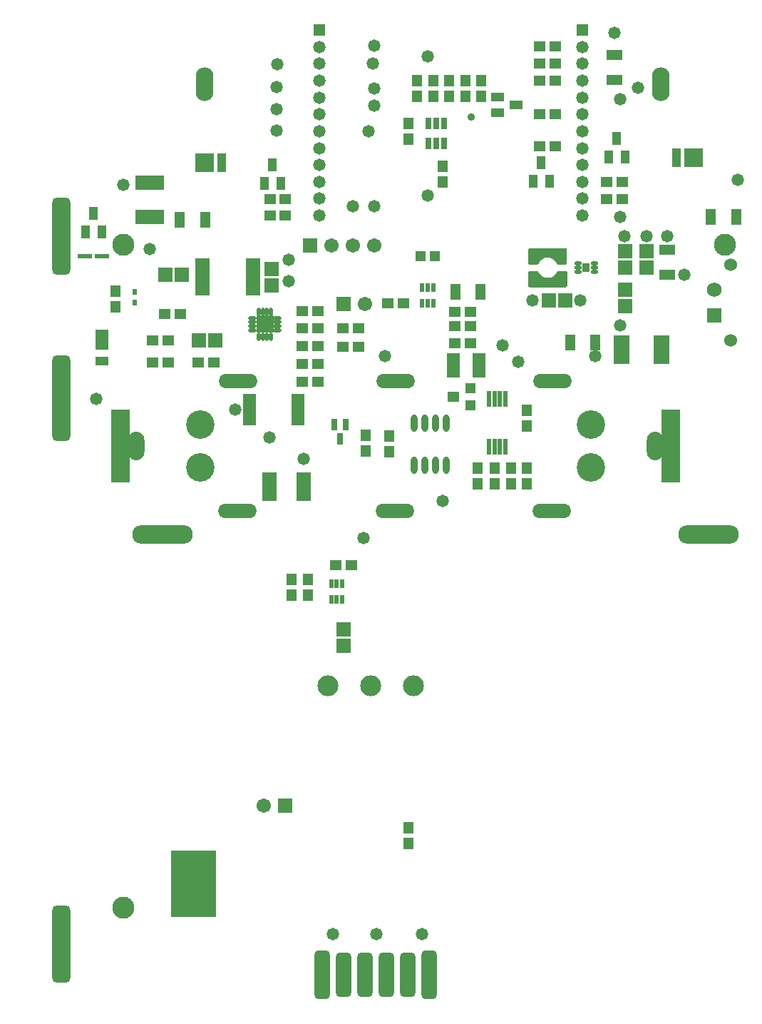
<source format=gbr>
%TF.GenerationSoftware,Altium Limited,Altium Designer,21.6.4 (81)*%
G04 Layer_Color=8388736*
%FSLAX26Y26*%
%MOIN*%
%TF.SameCoordinates,BD845C9F-3E28-4BEA-89B7-7B09B8E8D9D1*%
%TF.FilePolarity,Negative*%
%TF.FileFunction,Soldermask,Top*%
%TF.Part,Single*%
G01*
G75*
%TA.AperFunction,SMDPad,CuDef*%
%ADD132R,0.091465X0.090677*%
%ADD133R,0.044221X0.090677*%
%ADD135R,0.059181X0.041465*%
%ADD136R,0.063118X0.145795*%
%ADD137R,0.051307X0.076898*%
%ADD138R,0.063118X0.094614*%
%ADD139R,0.063118X0.043433*%
G04:AMPARAMS|DCode=141|XSize=73mil|YSize=208mil|CornerRadius=20.25mil|HoleSize=0mil|Usage=FLASHONLY|Rotation=180.000|XOffset=0mil|YOffset=0mil|HoleType=Round|Shape=RoundedRectangle|*
%AMROUNDEDRECTD141*
21,1,0.073000,0.167500,0,0,180.0*
21,1,0.032500,0.208000,0,0,180.0*
1,1,0.040500,-0.016250,0.083750*
1,1,0.040500,0.016250,0.083750*
1,1,0.040500,0.016250,-0.083750*
1,1,0.040500,-0.016250,-0.083750*
%
%ADD141ROUNDEDRECTD141*%
%ADD142R,0.041465X0.059181*%
%ADD143R,0.053276X0.051307*%
%ADD145R,0.051307X0.053276*%
%ADD146R,0.021779X0.043433*%
%TA.AperFunction,ComponentPad*%
%ADD147C,0.058000*%
G04:AMPARAMS|DCode=148|XSize=362.331mil|YSize=86.74mil|CornerRadius=23.685mil|HoleSize=0mil|Usage=FLASHONLY|Rotation=270.000|XOffset=0mil|YOffset=0mil|HoleType=Round|Shape=RoundedRectangle|*
%AMROUNDEDRECTD148*
21,1,0.362331,0.039370,0,0,270.0*
21,1,0.314961,0.086740,0,0,270.0*
1,1,0.047370,-0.019685,-0.157480*
1,1,0.047370,-0.019685,0.157480*
1,1,0.047370,0.019685,0.157480*
1,1,0.047370,0.019685,-0.157480*
%
%ADD148ROUNDEDRECTD148*%
G04:AMPARAMS|DCode=149|XSize=401.701mil|YSize=86.74mil|CornerRadius=23.685mil|HoleSize=0mil|Usage=FLASHONLY|Rotation=270.000|XOffset=0mil|YOffset=0mil|HoleType=Round|Shape=RoundedRectangle|*
%AMROUNDEDRECTD149*
21,1,0.401701,0.039370,0,0,270.0*
21,1,0.354331,0.086740,0,0,270.0*
1,1,0.047370,-0.019685,-0.177165*
1,1,0.047370,-0.019685,0.177165*
1,1,0.047370,0.019685,0.177165*
1,1,0.047370,0.019685,-0.177165*
%
%ADD149ROUNDEDRECTD149*%
%ADD150C,0.098000*%
%ADD151O,0.083000X0.158000*%
%ADD152C,0.165480*%
%ADD153R,0.058000X0.058000*%
%ADD154C,0.067055*%
%ADD155R,0.067055X0.067055*%
%TA.AperFunction,SMDPad,CuDef*%
%ADD156C,0.103055*%
%TA.AperFunction,ComponentPad*%
%ADD157C,0.068000*%
%ADD158R,0.068000X0.068000*%
%ADD159C,0.059968*%
%ADD160C,0.133000*%
%ADD161O,0.181228X0.067055*%
%ADD162O,0.078000X0.133000*%
%ADD163R,0.086740X0.342646*%
%TA.AperFunction,ViaPad*%
%ADD164C,0.058000*%
%TA.AperFunction,WasherPad*%
%ADD165O,0.283591X0.086740*%
%TA.AperFunction,ViaPad*%
%ADD166C,0.036000*%
%TA.AperFunction,SMDPad,CuDef*%
%ADD168R,0.065087X0.023748*%
%ADD169R,0.023748X0.031622*%
%ADD170R,0.021779X0.074929*%
%ADD171R,0.031622X0.053276*%
%ADD172R,0.027685X0.057213*%
%ADD173R,0.048000X0.048000*%
%ADD174R,0.058000X0.048000*%
%ADD175O,0.031622X0.080835*%
%ADD176R,0.045402X0.047370*%
%ADD177R,0.059181X0.116268*%
%ADD178R,0.067055X0.065087*%
%ADD179R,0.074142X0.132016*%
%ADD180R,0.132000X0.068000*%
%ADD181R,0.035559X0.043433*%
%ADD182O,0.035559X0.017843*%
%ADD183R,0.031622X0.031622*%
%ADD184R,0.067055X0.177291*%
G04:AMPARAMS|DCode=185|XSize=73mil|YSize=228mil|CornerRadius=20.25mil|HoleSize=0mil|Usage=FLASHONLY|Rotation=180.000|XOffset=0mil|YOffset=0mil|HoleType=Round|Shape=RoundedRectangle|*
%AMROUNDEDRECTD185*
21,1,0.073000,0.187500,0,0,180.0*
21,1,0.032500,0.228000,0,0,180.0*
1,1,0.040500,-0.016250,0.093750*
1,1,0.040500,0.016250,0.093750*
1,1,0.040500,0.016250,-0.093750*
1,1,0.040500,-0.016250,-0.093750*
%
%ADD185ROUNDEDRECTD185*%
%ADD186R,0.078866X0.078866*%
%ADD187O,0.017843X0.039496*%
%ADD188O,0.039496X0.017843*%
%ADD189R,0.068000X0.132000*%
%ADD190R,0.065087X0.067055*%
%ADD191R,0.076898X0.051307*%
G36*
X2496421Y3454020D02*
X2496492Y3454022D01*
X2496684Y3454003D01*
X2496874Y3453990D01*
X2496943Y3453977D01*
X2497013Y3453970D01*
X2497202Y3453925D01*
X2497389Y3453888D01*
X2497455Y3453865D01*
X2497524Y3453849D01*
X2497704Y3453781D01*
X2497885Y3453719D01*
X2497948Y3453689D01*
X2498014Y3453664D01*
X2498810Y3453300D01*
X2498872Y3453267D01*
X2498937Y3453240D01*
X2499103Y3453143D01*
X2499272Y3453052D01*
X2499329Y3453011D01*
X2499390Y3452976D01*
X2499542Y3452858D01*
X2499698Y3452746D01*
X2499749Y3452698D01*
X2499805Y3452655D01*
X2499940Y3452518D01*
X2500079Y3452387D01*
X2500124Y3452332D01*
X2500174Y3452282D01*
X2500748Y3451622D01*
X2500790Y3451566D01*
X2500838Y3451514D01*
X2500949Y3451356D01*
X2501065Y3451204D01*
X2501099Y3451144D01*
X2501140Y3451086D01*
X2501230Y3450916D01*
X2501325Y3450749D01*
X2501352Y3450684D01*
X2501384Y3450622D01*
X2501451Y3450441D01*
X2501523Y3450264D01*
X2501541Y3450196D01*
X2501566Y3450130D01*
X2501814Y3449291D01*
X2501829Y3449222D01*
X2501851Y3449156D01*
X2501887Y3448968D01*
X2501930Y3448779D01*
X2501936Y3448709D01*
X2501949Y3448641D01*
X2501960Y3448449D01*
X2501977Y3448257D01*
X2501974Y3448187D01*
X2501979Y3448117D01*
X2501964Y3447926D01*
X2501957Y3447733D01*
X2501945Y3447664D01*
X2501940Y3447594D01*
X2501918Y3447439D01*
Y3385028D01*
Y3384628D01*
Y3384627D01*
Y3384627D01*
X2501883Y3384104D01*
X2501781Y3383590D01*
X2501667Y3383253D01*
X2501613Y3383093D01*
X2501613Y3383093D01*
X2501306Y3382354D01*
X2501306Y3382353D01*
X2501150Y3382038D01*
X2501074Y3381883D01*
X2500879Y3381591D01*
X2500782Y3381447D01*
X2500740Y3381398D01*
X2500437Y3381052D01*
X2500436Y3381052D01*
X2499870Y3380486D01*
X2499870Y3380485D01*
X2499608Y3380256D01*
X2499476Y3380140D01*
X2499040Y3379849D01*
X2498570Y3379617D01*
X2498569Y3379616D01*
X2497829Y3379310D01*
X2497829Y3379310D01*
X2497332Y3379141D01*
D01*
X2497332Y3379141D01*
X2497125Y3379100D01*
X2496818Y3379039D01*
X2496295Y3379005D01*
X2459635D01*
X2459515Y3379013D01*
X2459397Y3379012D01*
X2459255Y3379030D01*
X2459112Y3379039D01*
X2458995Y3379062D01*
X2458877Y3379077D01*
X2458499Y3379150D01*
X2458382Y3379180D01*
X2458265Y3379202D01*
X2458129Y3379247D01*
X2457992Y3379283D01*
X2457881Y3379328D01*
X2457766Y3379365D01*
X2457409Y3379508D01*
X2457302Y3379559D01*
X2457190Y3379603D01*
X2457065Y3379673D01*
X2456936Y3379734D01*
X2456836Y3379800D01*
X2456731Y3379858D01*
X2456408Y3380066D01*
X2456311Y3380137D01*
X2456211Y3380201D01*
X2456102Y3380292D01*
X2455986Y3380378D01*
X2455900Y3380461D01*
X2455809Y3380537D01*
X2455669Y3380670D01*
X2455669Y3380670D01*
X2455608Y3380728D01*
X2455473Y3380873D01*
X2455334Y3381014D01*
X2455205Y3381163D01*
X2455088Y3381319D01*
X2454963Y3381472D01*
X2454849Y3381633D01*
X2454748Y3381799D01*
X2454640Y3381962D01*
X2454542Y3382133D01*
X2454455Y3382311D01*
X2454391Y3382434D01*
X2454385Y3382444D01*
X2454379Y3382456D01*
X2454363Y3382487D01*
X2454352Y3382511D01*
X2452859Y3385553D01*
X2449197Y3391341D01*
X2444789Y3396490D01*
X2439689Y3400954D01*
X2434003Y3404641D01*
X2427846Y3407475D01*
X2421347Y3409397D01*
X2414568Y3410379D01*
X2411251Y3410498D01*
X2407933Y3410379D01*
X2401153Y3409397D01*
X2394653Y3407474D01*
X2388495Y3404638D01*
X2382808Y3400950D01*
X2377707Y3396484D01*
X2373300Y3391334D01*
X2369638Y3385543D01*
X2368144Y3382497D01*
X2368055Y3382298D01*
X2368030Y3382252D01*
X2368011Y3382203D01*
X2367908Y3382020D01*
X2367810Y3381834D01*
X2367780Y3381792D01*
X2367754Y3381745D01*
X2367629Y3381578D01*
X2367507Y3381407D01*
X2367471Y3381367D01*
X2367440Y3381326D01*
X2367061Y3380882D01*
X2367024Y3380845D01*
X2366992Y3380805D01*
X2366842Y3380658D01*
X2366694Y3380507D01*
X2366653Y3380475D01*
X2366617Y3380439D01*
X2366448Y3380314D01*
X2366282Y3380183D01*
X2366238Y3380157D01*
X2366196Y3380126D01*
X2365706Y3379808D01*
X2365661Y3379782D01*
X2365619Y3379753D01*
X2365432Y3379655D01*
X2365249Y3379552D01*
X2365201Y3379533D01*
X2365155Y3379509D01*
X2364954Y3379435D01*
X2364762Y3379358D01*
X2364712Y3379345D01*
X2364663Y3379327D01*
X2364103Y3379162D01*
X2364052Y3379150D01*
X2364003Y3379134D01*
X2363797Y3379093D01*
X2363591Y3379046D01*
X2363540Y3379041D01*
X2363489Y3379031D01*
X2363279Y3379018D01*
X2363069Y3378998D01*
X2363017Y3379000D01*
X2362966Y3378997D01*
X2326194D01*
X2325671Y3379031D01*
X2325364Y3379092D01*
X2325157Y3379133D01*
X2325157Y3379134D01*
D01*
X2324660Y3379302D01*
X2324660Y3379302D01*
X2323920Y3379608D01*
X2323919Y3379609D01*
X2323613Y3379760D01*
X2323449Y3379841D01*
X2323449Y3379841D01*
D01*
X2323013Y3380132D01*
X2322881Y3380248D01*
X2322619Y3380477D01*
X2322618Y3380478D01*
X2322053Y3381044D01*
X2322052Y3381045D01*
X2321822Y3381307D01*
X2321706Y3381439D01*
X2321415Y3381875D01*
X2321183Y3382345D01*
X2321183Y3382346D01*
X2320877Y3383085D01*
X2320876Y3383086D01*
X2320708Y3383582D01*
D01*
X2320708Y3383582D01*
X2320667Y3383790D01*
X2320606Y3384097D01*
X2320571Y3384620D01*
Y3385021D01*
Y3447969D01*
Y3448168D01*
X2320580Y3448299D01*
Y3448430D01*
X2320597Y3448559D01*
X2320606Y3448691D01*
X2320631Y3448820D01*
X2320648Y3448950D01*
X2320726Y3449339D01*
X2320760Y3449466D01*
X2320785Y3449595D01*
X2320827Y3449719D01*
X2320861Y3449845D01*
X2320912Y3449967D01*
X2320954Y3450091D01*
X2321106Y3450458D01*
X2321164Y3450575D01*
X2321214Y3450697D01*
X2321280Y3450811D01*
X2321338Y3450928D01*
X2321410Y3451037D01*
X2321476Y3451151D01*
X2321697Y3451481D01*
X2321776Y3451584D01*
X2321849Y3451693D01*
X2321936Y3451793D01*
X2322016Y3451897D01*
X2322108Y3451988D01*
X2322194Y3452087D01*
X2322334Y3452228D01*
X2322336Y3452229D01*
X2322336Y3452229D01*
X2322366Y3452259D01*
X2322367Y3452260D01*
X2322367Y3452261D01*
X2322368Y3452261D01*
X2322508Y3452401D01*
X2322607Y3452488D01*
X2322699Y3452580D01*
X2322803Y3452660D01*
X2322903Y3452747D01*
X2323012Y3452820D01*
X2323115Y3452899D01*
X2323445Y3453119D01*
X2323559Y3453185D01*
X2323668Y3453258D01*
X2323785Y3453316D01*
X2323899Y3453382D01*
X2324021Y3453432D01*
X2324138Y3453490D01*
X2324505Y3453642D01*
X2324628Y3453684D01*
X2324749Y3453734D01*
X2324877Y3453768D01*
X2325001Y3453810D01*
X2325129Y3453836D01*
X2325256Y3453870D01*
X2325645Y3453947D01*
X2325775Y3453965D01*
X2325905Y3453990D01*
X2326035Y3453999D01*
X2326165Y3454016D01*
X2326297D01*
X2326428Y3454024D01*
X2496351D01*
X2496421Y3454020D01*
D02*
G37*
G36*
X2363242Y3347490D02*
X2363294Y3347492D01*
X2363502Y3347472D01*
X2363713Y3347459D01*
X2363765Y3347448D01*
X2363816Y3347444D01*
X2364021Y3347397D01*
X2364227Y3347356D01*
X2364277Y3347340D01*
X2364328Y3347328D01*
X2364888Y3347162D01*
X2364936Y3347144D01*
X2364986Y3347132D01*
X2365180Y3347055D01*
X2365380Y3346981D01*
X2365426Y3346957D01*
X2365473Y3346938D01*
X2365656Y3346835D01*
X2365844Y3346737D01*
X2365886Y3346707D01*
X2365931Y3346682D01*
X2366421Y3346364D01*
X2366462Y3346333D01*
X2366506Y3346307D01*
X2366671Y3346177D01*
X2366841Y3346051D01*
X2366878Y3346014D01*
X2366919Y3345983D01*
X2367065Y3345832D01*
X2367217Y3345685D01*
X2367249Y3345644D01*
X2367285Y3345608D01*
X2367664Y3345164D01*
X2367696Y3345122D01*
X2367731Y3345084D01*
X2367852Y3344913D01*
X2367979Y3344744D01*
X2368004Y3344698D01*
X2368035Y3344656D01*
X2368133Y3344470D01*
X2368235Y3344287D01*
X2368255Y3344239D01*
X2368279Y3344192D01*
X2368358Y3344015D01*
X2370398Y3339979D01*
X2375641Y3332508D01*
X2382141Y3326240D01*
X2389717Y3321327D01*
X2398091Y3317947D01*
X2406955Y3316225D01*
X2415985Y3316224D01*
X2424849Y3317943D01*
X2433224Y3321322D01*
X2440800Y3326233D01*
X2447303Y3332499D01*
X2452547Y3339969D01*
X2454587Y3344003D01*
X2454588Y3344003D01*
X2454589Y3344006D01*
X2454631Y3344089D01*
X2454648Y3344117D01*
X2454680Y3344178D01*
X2454767Y3344356D01*
X2454864Y3344528D01*
X2454972Y3344690D01*
X2455074Y3344857D01*
X2455188Y3345018D01*
X2455312Y3345171D01*
X2455430Y3345327D01*
X2455559Y3345476D01*
X2455696Y3345614D01*
X2455831Y3345760D01*
X2455903Y3345828D01*
X2455903Y3345829D01*
X2456033Y3345953D01*
X2456125Y3346029D01*
X2456211Y3346112D01*
X2456326Y3346197D01*
X2456435Y3346289D01*
X2456536Y3346353D01*
X2456632Y3346424D01*
X2456956Y3346632D01*
X2457061Y3346691D01*
X2457161Y3346755D01*
X2457289Y3346817D01*
X2457415Y3346886D01*
X2457526Y3346930D01*
X2457633Y3346982D01*
X2457991Y3347125D01*
X2458104Y3347162D01*
X2458215Y3347207D01*
X2458354Y3347243D01*
X2458489Y3347287D01*
X2458606Y3347309D01*
X2458722Y3347340D01*
X2459100Y3347413D01*
X2459219Y3347428D01*
X2459336Y3347451D01*
X2459478Y3347460D01*
X2459620Y3347478D01*
X2459740Y3347477D01*
X2459859Y3347485D01*
X2496519D01*
X2496519D01*
X2496519D01*
X2497043Y3347451D01*
X2497557Y3347349D01*
X2497894Y3347234D01*
X2498053Y3347180D01*
X2498053Y3347180D01*
X2498793Y3346874D01*
X2498794Y3346873D01*
X2499109Y3346718D01*
X2499264Y3346641D01*
X2499556Y3346447D01*
X2499700Y3346350D01*
X2499749Y3346307D01*
X2500095Y3346004D01*
X2500095Y3346003D01*
X2500661Y3345437D01*
X2501007Y3345043D01*
X2501298Y3344607D01*
X2501530Y3344137D01*
X2501530Y3344136D01*
X2501837Y3343396D01*
X2501837Y3343396D01*
X2502006Y3342900D01*
X2502067Y3342590D01*
X2502108Y3342386D01*
X2502142Y3341863D01*
Y3341862D01*
Y3341862D01*
Y3341461D01*
Y3279051D01*
X2502164Y3278896D01*
X2502169Y3278826D01*
X2502181Y3278756D01*
X2502189Y3278564D01*
X2502203Y3278373D01*
X2502199Y3278303D01*
X2502202Y3278233D01*
X2502184Y3278041D01*
X2502173Y3277849D01*
X2502160Y3277781D01*
X2502154Y3277710D01*
X2502111Y3277523D01*
X2502076Y3277334D01*
X2502054Y3277267D01*
X2502038Y3277199D01*
X2501790Y3276360D01*
X2501766Y3276294D01*
X2501748Y3276226D01*
X2501675Y3276048D01*
X2501608Y3275868D01*
X2501576Y3275806D01*
X2501549Y3275741D01*
X2501454Y3275573D01*
X2501364Y3275404D01*
X2501324Y3275347D01*
X2501289Y3275286D01*
X2501173Y3275133D01*
X2501062Y3274975D01*
X2501014Y3274924D01*
X2500972Y3274868D01*
X2500398Y3274208D01*
X2500349Y3274158D01*
X2500304Y3274103D01*
X2500164Y3273972D01*
X2500029Y3273835D01*
X2499973Y3273792D01*
X2499922Y3273744D01*
X2499767Y3273632D01*
X2499614Y3273514D01*
X2499553Y3273479D01*
X2499496Y3273437D01*
X2499327Y3273347D01*
X2499162Y3273250D01*
X2499096Y3273222D01*
X2499034Y3273189D01*
X2498238Y3272826D01*
X2498173Y3272802D01*
X2498110Y3272771D01*
X2497927Y3272708D01*
X2497747Y3272640D01*
X2497680Y3272624D01*
X2497613Y3272602D01*
X2497424Y3272564D01*
X2497237Y3272520D01*
X2497168Y3272513D01*
X2497099Y3272500D01*
X2496907Y3272487D01*
X2496715Y3272468D01*
X2496645Y3272470D01*
X2496576Y3272465D01*
X2326652D01*
X2326521Y3272474D01*
X2326390D01*
X2326261Y3272491D01*
X2326129Y3272500D01*
X2326000Y3272525D01*
X2325871Y3272542D01*
X2325481Y3272620D01*
X2325354Y3272654D01*
X2325225Y3272679D01*
X2325102Y3272722D01*
X2324975Y3272755D01*
X2324853Y3272806D01*
X2324729Y3272848D01*
X2324362Y3273000D01*
X2324245Y3273058D01*
X2324123Y3273108D01*
X2324009Y3273174D01*
X2323892Y3273232D01*
X2323783Y3273304D01*
X2323669Y3273370D01*
X2323339Y3273591D01*
X2323236Y3273670D01*
X2323127Y3273743D01*
X2323027Y3273830D01*
X2322923Y3273910D01*
X2322832Y3274002D01*
X2322733Y3274088D01*
X2322592Y3274229D01*
X2322592Y3274229D01*
X2322591Y3274230D01*
X2322590Y3274231D01*
X2322569Y3274252D01*
X2322564Y3274258D01*
X2322559Y3274262D01*
X2322419Y3274403D01*
X2322332Y3274501D01*
X2322240Y3274593D01*
X2322160Y3274697D01*
X2322073Y3274797D01*
X2322000Y3274906D01*
X2321921Y3275009D01*
X2321701Y3275339D01*
X2321635Y3275453D01*
X2321562Y3275562D01*
X2321504Y3275679D01*
X2321438Y3275793D01*
X2321388Y3275915D01*
X2321330Y3276032D01*
X2321178Y3276399D01*
X2321136Y3276523D01*
X2321086Y3276644D01*
X2321052Y3276771D01*
X2321010Y3276895D01*
X2320984Y3277025D01*
X2320950Y3277151D01*
X2320873Y3277540D01*
X2320856Y3277670D01*
X2320830Y3277799D01*
X2320821Y3277930D01*
X2320804Y3278060D01*
Y3278191D01*
X2320796Y3278322D01*
Y3278521D01*
Y3341469D01*
Y3341870D01*
X2320830Y3342393D01*
X2320891Y3342700D01*
X2320932Y3342907D01*
X2320932Y3342908D01*
D01*
X2321101Y3343404D01*
X2321101Y3343404D01*
X2321407Y3344144D01*
X2321407Y3344145D01*
X2321559Y3344451D01*
X2321639Y3344615D01*
X2321640Y3344615D01*
D01*
X2321931Y3345051D01*
X2322047Y3345183D01*
X2322276Y3345445D01*
X2322277Y3345446D01*
X2322843Y3346012D01*
X2323238Y3346358D01*
X2323673Y3346649D01*
X2324144Y3346881D01*
X2324144Y3346881D01*
X2324884Y3347188D01*
X2324884Y3347188D01*
X2325381Y3347356D01*
X2325690Y3347418D01*
X2325895Y3347459D01*
X2326418Y3347493D01*
X2326418D01*
X2326418D01*
X2363190D01*
X2363242Y3347490D01*
D02*
G37*
G36*
X860000Y330000D02*
X650000D01*
Y640000D01*
X860000D01*
Y330000D01*
D02*
G37*
D132*
X807244Y3854763D02*
D03*
X3093233Y3878221D02*
D03*
D133*
X886772Y3854763D02*
D03*
X3013706Y3878221D02*
D03*
D135*
X2176693Y4162402D02*
D03*
X2176693Y4087598D02*
D03*
X2263307Y4125000D02*
D03*
D136*
X1244173Y2700000D02*
D03*
X1015827D02*
D03*
D137*
X3292776Y3600000D02*
D03*
X3174666D02*
D03*
X690945Y3586639D02*
D03*
X809055D02*
D03*
X2634055Y3015245D02*
D03*
X2515945D02*
D03*
X2097638Y3250000D02*
D03*
X1979528D02*
D03*
D138*
X326194Y3028079D02*
D03*
D139*
Y2927686D02*
D03*
D141*
X1757585Y60000D02*
D03*
X1657585D02*
D03*
X1557585D02*
D03*
X1457585D02*
D03*
D142*
X288194Y3616969D02*
D03*
X325596Y3530355D02*
D03*
X250793Y3530355D02*
D03*
X2697598Y3881693D02*
D03*
X2772402Y3881693D02*
D03*
X2735000Y3968307D02*
D03*
X1087598Y3756693D02*
D03*
X1162402Y3756693D02*
D03*
X1125000Y3843307D02*
D03*
X2344338Y3766693D02*
D03*
X2419141Y3766693D02*
D03*
X2381740Y3853307D02*
D03*
D143*
X1977165Y3009311D02*
D03*
X2050000D02*
D03*
X1336417Y2914738D02*
D03*
X1263583D02*
D03*
X2688583Y3683509D02*
D03*
X2761417D02*
D03*
X2688583Y3764000D02*
D03*
X2761417D02*
D03*
X1263583Y3162093D02*
D03*
X1336417D02*
D03*
X1977166Y3158570D02*
D03*
X2050000D02*
D03*
Y3089673D02*
D03*
X1977166D02*
D03*
X1263583Y2996606D02*
D03*
X1336417D02*
D03*
X778583Y2921662D02*
D03*
X851417D02*
D03*
X563583Y2920639D02*
D03*
X636417D02*
D03*
X1336417Y2832394D02*
D03*
X1263583D02*
D03*
X1453583Y3080000D02*
D03*
X1526417D02*
D03*
X1336417D02*
D03*
X1263583D02*
D03*
X1453583Y2995000D02*
D03*
X1526417D02*
D03*
X636417Y3025000D02*
D03*
X563583D02*
D03*
X620847Y3146639D02*
D03*
X693681D02*
D03*
X1112299Y3685000D02*
D03*
X1185133D02*
D03*
X1112299Y3606000D02*
D03*
X1185133D02*
D03*
X1494003Y1975000D02*
D03*
X1421168D02*
D03*
X1736675Y3198468D02*
D03*
X1663840D02*
D03*
X2446417Y3931890D02*
D03*
X2373583D02*
D03*
X2375060Y4317000D02*
D03*
X2447894D02*
D03*
X2374786Y4238000D02*
D03*
X2447621D02*
D03*
X2446417Y4080000D02*
D03*
X2373583D02*
D03*
X2375060Y4396000D02*
D03*
X2447894D02*
D03*
D145*
X391194Y3253079D02*
D03*
Y3180245D02*
D03*
X1950000Y4236417D02*
D03*
Y4163583D02*
D03*
X1670000Y2503583D02*
D03*
Y2576417D02*
D03*
X1760000Y746417D02*
D03*
Y673583D02*
D03*
X1560000Y2507165D02*
D03*
Y2580000D02*
D03*
X2315000Y2353583D02*
D03*
Y2426417D02*
D03*
X2314000Y2696972D02*
D03*
Y2624137D02*
D03*
X2162205Y2426417D02*
D03*
Y2353583D02*
D03*
X2083507Y2426417D02*
D03*
Y2353583D02*
D03*
X2240000Y2353583D02*
D03*
Y2426417D02*
D03*
X1290000Y1906417D02*
D03*
Y1833583D02*
D03*
X1215000Y1833583D02*
D03*
Y1906417D02*
D03*
X1920000Y3763583D02*
D03*
Y3836417D02*
D03*
X2100000Y4163583D02*
D03*
Y4236417D02*
D03*
X1760000Y3963583D02*
D03*
Y4036417D02*
D03*
X1875591Y4163583D02*
D03*
Y4236417D02*
D03*
X2025869Y4236417D02*
D03*
Y4163583D02*
D03*
X1800000Y4236417D02*
D03*
Y4163583D02*
D03*
D146*
X1399409Y1887401D02*
D03*
X1425000D02*
D03*
X1450591D02*
D03*
Y1812598D02*
D03*
X1425000D02*
D03*
X1399409D02*
D03*
X1824409Y3197598D02*
D03*
X1850000D02*
D03*
X1875591D02*
D03*
Y3272401D02*
D03*
X1850000D02*
D03*
X1824409D02*
D03*
D147*
X1145000Y4005000D02*
D03*
Y4105000D02*
D03*
Y4206031D02*
D03*
X1146000Y4315000D02*
D03*
X2750000Y3600000D02*
D03*
X1200000Y3300000D02*
D03*
X2750000Y3094902D02*
D03*
X3300000Y3775461D02*
D03*
X1919160Y2275000D02*
D03*
X2750000Y4150000D02*
D03*
X2275000Y2925000D02*
D03*
X1650000Y2950000D02*
D03*
X300000Y2750000D02*
D03*
X1850000Y3700000D02*
D03*
X1600000Y4200000D02*
D03*
X1575000Y4000000D02*
D03*
X1600000Y3650000D02*
D03*
X1500000D02*
D03*
X1345000Y4394685D02*
D03*
Y4315945D02*
D03*
Y4237205D02*
D03*
Y4158465D02*
D03*
Y4079724D02*
D03*
Y4000984D02*
D03*
Y3922244D02*
D03*
Y3843504D02*
D03*
Y3764764D02*
D03*
Y3686024D02*
D03*
Y3607284D02*
D03*
X2835000Y4203920D02*
D03*
X550000Y3450000D02*
D03*
X1550000Y2100000D02*
D03*
X2200000Y3000000D02*
D03*
X2573000Y4394685D02*
D03*
Y4315945D02*
D03*
Y4237205D02*
D03*
Y4158465D02*
D03*
Y4079724D02*
D03*
Y4000984D02*
D03*
Y3922244D02*
D03*
Y3843504D02*
D03*
Y3764764D02*
D03*
Y3686024D02*
D03*
Y3607284D02*
D03*
X1850000Y4350000D02*
D03*
X1600000Y4400000D02*
D03*
D148*
X137010Y203804D02*
D03*
X137010Y3510890D02*
D03*
D149*
Y2754985D02*
D03*
D150*
X1382104Y1411739D02*
D03*
X1582104D02*
D03*
X1782104D02*
D03*
D151*
X2940000Y4220000D02*
D03*
X808355D02*
D03*
D152*
X759728Y529000D02*
D03*
D153*
X1345000Y4473425D02*
D03*
X2573000D02*
D03*
D154*
X1600000Y3468215D02*
D03*
X1500000D02*
D03*
X1400000D02*
D03*
X1557585Y3192913D02*
D03*
X1085133Y850000D02*
D03*
D155*
X1300000Y3468215D02*
D03*
X1457585Y3192913D02*
D03*
X1185133Y850000D02*
D03*
D156*
X426194Y375000D02*
D03*
X3241194Y3471662D02*
D03*
X426194D02*
D03*
D157*
X3191155Y3259811D02*
D03*
D158*
X3191194Y3141662D02*
D03*
D159*
X3268353Y3377876D02*
D03*
Y3023545D02*
D03*
D160*
X2613691Y2630000D02*
D03*
Y2430000D02*
D03*
X786691Y2630000D02*
D03*
Y2430000D02*
D03*
D161*
X2433407Y2834882D02*
D03*
X1700257Y2835000D02*
D03*
X2429470Y2226732D02*
D03*
X1696321Y2226850D02*
D03*
X964824Y2834882D02*
D03*
X960888Y2226732D02*
D03*
D162*
X2913691Y2530000D02*
D03*
X486691D02*
D03*
D163*
X2985691D02*
D03*
X414824Y2530000D02*
D03*
D164*
X3048704Y3330945D02*
D03*
X1270000Y2470000D02*
D03*
X1600000Y4120000D02*
D03*
X1595000Y4317000D02*
D03*
X1200000Y3400000D02*
D03*
X2725000Y4459681D02*
D03*
X2970000Y3510000D02*
D03*
X2875134D02*
D03*
X1406194Y250000D02*
D03*
X2340000Y3210000D02*
D03*
X2565015Y3210015D02*
D03*
X2634055Y2950000D02*
D03*
X426194Y3750000D02*
D03*
X1825000Y251662D02*
D03*
X1608977D02*
D03*
X2771477Y3510890D02*
D03*
X1109477Y2570000D02*
D03*
X950000Y2700000D02*
D03*
D165*
X3165194Y2116662D02*
D03*
X610194D02*
D03*
D166*
X2052165Y4067913D02*
D03*
D168*
X327234Y3417662D02*
D03*
X246525D02*
D03*
D169*
X481194Y3202055D02*
D03*
Y3251268D02*
D03*
D170*
X2136614Y2527795D02*
D03*
X2162205D02*
D03*
X2187795D02*
D03*
X2213386D02*
D03*
X2136614Y2752205D02*
D03*
X2162205D02*
D03*
X2187795D02*
D03*
X2213386D02*
D03*
D171*
X1853857Y3943740D02*
D03*
X1891258D02*
D03*
X1928660D02*
D03*
Y4036260D02*
D03*
X1891258D02*
D03*
X1853857D02*
D03*
D172*
X1440384Y2563447D02*
D03*
X1414793Y2632345D02*
D03*
X1465975D02*
D03*
D173*
X2050000Y2720000D02*
D03*
Y2800000D02*
D03*
D174*
X1970000Y2760000D02*
D03*
D175*
X1787503Y2441575D02*
D03*
X1837503D02*
D03*
X1887503D02*
D03*
X1937503D02*
D03*
X1787503Y2638425D02*
D03*
X1837503D02*
D03*
X1887503D02*
D03*
X1937503D02*
D03*
D176*
X1882480Y3416374D02*
D03*
X1817520D02*
D03*
D177*
X2090055Y2906000D02*
D03*
X1971945D02*
D03*
D178*
X2875000Y3439887D02*
D03*
Y3363115D02*
D03*
X1457585Y1598228D02*
D03*
Y1675000D02*
D03*
X2775000Y3259811D02*
D03*
Y3183039D02*
D03*
Y3439887D02*
D03*
Y3363115D02*
D03*
X1119677Y3281243D02*
D03*
Y3358015D02*
D03*
D179*
X2944095Y2982245D02*
D03*
X2755905D02*
D03*
D180*
X551477Y3600000D02*
D03*
Y3760000D02*
D03*
D181*
X2591477Y3363115D02*
D03*
D182*
X2630847Y3382800D02*
D03*
Y3363115D02*
D03*
Y3343430D02*
D03*
X2552107D02*
D03*
Y3363115D02*
D03*
Y3382800D02*
D03*
D183*
X2411229Y3288540D02*
D03*
X2411477Y3434706D02*
D03*
D184*
X798367Y3320015D02*
D03*
X1034587D02*
D03*
D185*
X1857585Y60000D02*
D03*
X1357585D02*
D03*
D186*
X1088677Y3099515D02*
D03*
D187*
X1059149Y3158570D02*
D03*
X1078834D02*
D03*
X1098519D02*
D03*
X1118204D02*
D03*
Y3040460D02*
D03*
X1098519D02*
D03*
X1078834D02*
D03*
X1059149D02*
D03*
D188*
X1147732Y3129043D02*
D03*
Y3109358D02*
D03*
Y3089673D02*
D03*
Y3069987D02*
D03*
X1029622D02*
D03*
Y3089673D02*
D03*
Y3109358D02*
D03*
Y3129043D02*
D03*
D189*
X1110000Y2340000D02*
D03*
X1270000D02*
D03*
D190*
X858249Y3025015D02*
D03*
X781477D02*
D03*
X2492933Y3210015D02*
D03*
X2416161D02*
D03*
X622727Y3330015D02*
D03*
X699499D02*
D03*
D191*
X2970000Y3449055D02*
D03*
Y3330945D02*
D03*
X2725000Y4359055D02*
D03*
Y4240945D02*
D03*
%TF.MD5,33dcb13ed2b0dc9a07503abc2dece48f*%
M02*

</source>
